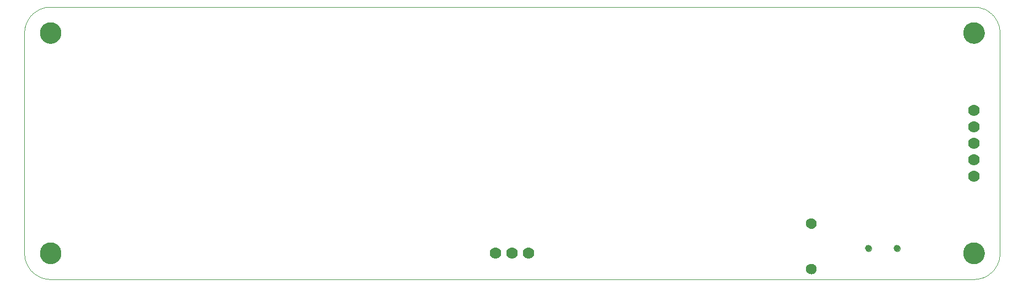
<source format=gbs>
G75*
%MOIN*%
%OFA0B0*%
%FSLAX25Y25*%
%IPPOS*%
%LPD*%
%AMOC8*
5,1,8,0,0,1.08239X$1,22.5*
%
%ADD10C,0.00000*%
%ADD11C,0.12998*%
%ADD12C,0.03943*%
%ADD13C,0.07000*%
%ADD14C,0.06306*%
D10*
X0017248Y0009374D02*
X0576303Y0009374D01*
X0570004Y0025122D02*
X0570006Y0025280D01*
X0570012Y0025438D01*
X0570022Y0025596D01*
X0570036Y0025754D01*
X0570054Y0025911D01*
X0570075Y0026068D01*
X0570101Y0026224D01*
X0570131Y0026380D01*
X0570164Y0026535D01*
X0570202Y0026688D01*
X0570243Y0026841D01*
X0570288Y0026993D01*
X0570337Y0027144D01*
X0570390Y0027293D01*
X0570446Y0027441D01*
X0570506Y0027587D01*
X0570570Y0027732D01*
X0570638Y0027875D01*
X0570709Y0028017D01*
X0570783Y0028157D01*
X0570861Y0028294D01*
X0570943Y0028430D01*
X0571027Y0028564D01*
X0571116Y0028695D01*
X0571207Y0028824D01*
X0571302Y0028951D01*
X0571399Y0029076D01*
X0571500Y0029198D01*
X0571604Y0029317D01*
X0571711Y0029434D01*
X0571821Y0029548D01*
X0571934Y0029659D01*
X0572049Y0029768D01*
X0572167Y0029873D01*
X0572288Y0029975D01*
X0572411Y0030075D01*
X0572537Y0030171D01*
X0572665Y0030264D01*
X0572795Y0030354D01*
X0572928Y0030440D01*
X0573063Y0030524D01*
X0573199Y0030603D01*
X0573338Y0030680D01*
X0573479Y0030752D01*
X0573621Y0030822D01*
X0573765Y0030887D01*
X0573911Y0030949D01*
X0574058Y0031007D01*
X0574207Y0031062D01*
X0574357Y0031113D01*
X0574508Y0031160D01*
X0574660Y0031203D01*
X0574813Y0031242D01*
X0574968Y0031278D01*
X0575123Y0031309D01*
X0575279Y0031337D01*
X0575435Y0031361D01*
X0575592Y0031381D01*
X0575750Y0031397D01*
X0575907Y0031409D01*
X0576066Y0031417D01*
X0576224Y0031421D01*
X0576382Y0031421D01*
X0576540Y0031417D01*
X0576699Y0031409D01*
X0576856Y0031397D01*
X0577014Y0031381D01*
X0577171Y0031361D01*
X0577327Y0031337D01*
X0577483Y0031309D01*
X0577638Y0031278D01*
X0577793Y0031242D01*
X0577946Y0031203D01*
X0578098Y0031160D01*
X0578249Y0031113D01*
X0578399Y0031062D01*
X0578548Y0031007D01*
X0578695Y0030949D01*
X0578841Y0030887D01*
X0578985Y0030822D01*
X0579127Y0030752D01*
X0579268Y0030680D01*
X0579407Y0030603D01*
X0579543Y0030524D01*
X0579678Y0030440D01*
X0579811Y0030354D01*
X0579941Y0030264D01*
X0580069Y0030171D01*
X0580195Y0030075D01*
X0580318Y0029975D01*
X0580439Y0029873D01*
X0580557Y0029768D01*
X0580672Y0029659D01*
X0580785Y0029548D01*
X0580895Y0029434D01*
X0581002Y0029317D01*
X0581106Y0029198D01*
X0581207Y0029076D01*
X0581304Y0028951D01*
X0581399Y0028824D01*
X0581490Y0028695D01*
X0581579Y0028564D01*
X0581663Y0028430D01*
X0581745Y0028294D01*
X0581823Y0028157D01*
X0581897Y0028017D01*
X0581968Y0027875D01*
X0582036Y0027732D01*
X0582100Y0027587D01*
X0582160Y0027441D01*
X0582216Y0027293D01*
X0582269Y0027144D01*
X0582318Y0026993D01*
X0582363Y0026841D01*
X0582404Y0026688D01*
X0582442Y0026535D01*
X0582475Y0026380D01*
X0582505Y0026224D01*
X0582531Y0026068D01*
X0582552Y0025911D01*
X0582570Y0025754D01*
X0582584Y0025596D01*
X0582594Y0025438D01*
X0582600Y0025280D01*
X0582602Y0025122D01*
X0582600Y0024964D01*
X0582594Y0024806D01*
X0582584Y0024648D01*
X0582570Y0024490D01*
X0582552Y0024333D01*
X0582531Y0024176D01*
X0582505Y0024020D01*
X0582475Y0023864D01*
X0582442Y0023709D01*
X0582404Y0023556D01*
X0582363Y0023403D01*
X0582318Y0023251D01*
X0582269Y0023100D01*
X0582216Y0022951D01*
X0582160Y0022803D01*
X0582100Y0022657D01*
X0582036Y0022512D01*
X0581968Y0022369D01*
X0581897Y0022227D01*
X0581823Y0022087D01*
X0581745Y0021950D01*
X0581663Y0021814D01*
X0581579Y0021680D01*
X0581490Y0021549D01*
X0581399Y0021420D01*
X0581304Y0021293D01*
X0581207Y0021168D01*
X0581106Y0021046D01*
X0581002Y0020927D01*
X0580895Y0020810D01*
X0580785Y0020696D01*
X0580672Y0020585D01*
X0580557Y0020476D01*
X0580439Y0020371D01*
X0580318Y0020269D01*
X0580195Y0020169D01*
X0580069Y0020073D01*
X0579941Y0019980D01*
X0579811Y0019890D01*
X0579678Y0019804D01*
X0579543Y0019720D01*
X0579407Y0019641D01*
X0579268Y0019564D01*
X0579127Y0019492D01*
X0578985Y0019422D01*
X0578841Y0019357D01*
X0578695Y0019295D01*
X0578548Y0019237D01*
X0578399Y0019182D01*
X0578249Y0019131D01*
X0578098Y0019084D01*
X0577946Y0019041D01*
X0577793Y0019002D01*
X0577638Y0018966D01*
X0577483Y0018935D01*
X0577327Y0018907D01*
X0577171Y0018883D01*
X0577014Y0018863D01*
X0576856Y0018847D01*
X0576699Y0018835D01*
X0576540Y0018827D01*
X0576382Y0018823D01*
X0576224Y0018823D01*
X0576066Y0018827D01*
X0575907Y0018835D01*
X0575750Y0018847D01*
X0575592Y0018863D01*
X0575435Y0018883D01*
X0575279Y0018907D01*
X0575123Y0018935D01*
X0574968Y0018966D01*
X0574813Y0019002D01*
X0574660Y0019041D01*
X0574508Y0019084D01*
X0574357Y0019131D01*
X0574207Y0019182D01*
X0574058Y0019237D01*
X0573911Y0019295D01*
X0573765Y0019357D01*
X0573621Y0019422D01*
X0573479Y0019492D01*
X0573338Y0019564D01*
X0573199Y0019641D01*
X0573063Y0019720D01*
X0572928Y0019804D01*
X0572795Y0019890D01*
X0572665Y0019980D01*
X0572537Y0020073D01*
X0572411Y0020169D01*
X0572288Y0020269D01*
X0572167Y0020371D01*
X0572049Y0020476D01*
X0571934Y0020585D01*
X0571821Y0020696D01*
X0571711Y0020810D01*
X0571604Y0020927D01*
X0571500Y0021046D01*
X0571399Y0021168D01*
X0571302Y0021293D01*
X0571207Y0021420D01*
X0571116Y0021549D01*
X0571027Y0021680D01*
X0570943Y0021814D01*
X0570861Y0021950D01*
X0570783Y0022087D01*
X0570709Y0022227D01*
X0570638Y0022369D01*
X0570570Y0022512D01*
X0570506Y0022657D01*
X0570446Y0022803D01*
X0570390Y0022951D01*
X0570337Y0023100D01*
X0570288Y0023251D01*
X0570243Y0023403D01*
X0570202Y0023556D01*
X0570164Y0023709D01*
X0570131Y0023864D01*
X0570101Y0024020D01*
X0570075Y0024176D01*
X0570054Y0024333D01*
X0570036Y0024490D01*
X0570022Y0024648D01*
X0570012Y0024806D01*
X0570006Y0024964D01*
X0570004Y0025122D01*
X0576303Y0009374D02*
X0576684Y0009379D01*
X0577064Y0009392D01*
X0577444Y0009415D01*
X0577823Y0009448D01*
X0578201Y0009489D01*
X0578578Y0009539D01*
X0578954Y0009599D01*
X0579329Y0009667D01*
X0579701Y0009745D01*
X0580072Y0009832D01*
X0580440Y0009927D01*
X0580806Y0010032D01*
X0581169Y0010145D01*
X0581530Y0010267D01*
X0581887Y0010397D01*
X0582241Y0010537D01*
X0582592Y0010684D01*
X0582939Y0010841D01*
X0583282Y0011005D01*
X0583621Y0011178D01*
X0583956Y0011359D01*
X0584287Y0011548D01*
X0584612Y0011745D01*
X0584933Y0011949D01*
X0585249Y0012162D01*
X0585559Y0012382D01*
X0585865Y0012609D01*
X0586164Y0012844D01*
X0586458Y0013086D01*
X0586746Y0013334D01*
X0587028Y0013590D01*
X0587303Y0013853D01*
X0587572Y0014122D01*
X0587835Y0014397D01*
X0588091Y0014679D01*
X0588339Y0014967D01*
X0588581Y0015261D01*
X0588816Y0015560D01*
X0589043Y0015866D01*
X0589263Y0016176D01*
X0589476Y0016492D01*
X0589680Y0016813D01*
X0589877Y0017138D01*
X0590066Y0017469D01*
X0590247Y0017804D01*
X0590420Y0018143D01*
X0590584Y0018486D01*
X0590741Y0018833D01*
X0590888Y0019184D01*
X0591028Y0019538D01*
X0591158Y0019895D01*
X0591280Y0020256D01*
X0591393Y0020619D01*
X0591498Y0020985D01*
X0591593Y0021353D01*
X0591680Y0021724D01*
X0591758Y0022096D01*
X0591826Y0022471D01*
X0591886Y0022847D01*
X0591936Y0023224D01*
X0591977Y0023602D01*
X0592010Y0023981D01*
X0592033Y0024361D01*
X0592046Y0024741D01*
X0592051Y0025122D01*
X0592051Y0158980D01*
X0570004Y0158980D02*
X0570006Y0159138D01*
X0570012Y0159296D01*
X0570022Y0159454D01*
X0570036Y0159612D01*
X0570054Y0159769D01*
X0570075Y0159926D01*
X0570101Y0160082D01*
X0570131Y0160238D01*
X0570164Y0160393D01*
X0570202Y0160546D01*
X0570243Y0160699D01*
X0570288Y0160851D01*
X0570337Y0161002D01*
X0570390Y0161151D01*
X0570446Y0161299D01*
X0570506Y0161445D01*
X0570570Y0161590D01*
X0570638Y0161733D01*
X0570709Y0161875D01*
X0570783Y0162015D01*
X0570861Y0162152D01*
X0570943Y0162288D01*
X0571027Y0162422D01*
X0571116Y0162553D01*
X0571207Y0162682D01*
X0571302Y0162809D01*
X0571399Y0162934D01*
X0571500Y0163056D01*
X0571604Y0163175D01*
X0571711Y0163292D01*
X0571821Y0163406D01*
X0571934Y0163517D01*
X0572049Y0163626D01*
X0572167Y0163731D01*
X0572288Y0163833D01*
X0572411Y0163933D01*
X0572537Y0164029D01*
X0572665Y0164122D01*
X0572795Y0164212D01*
X0572928Y0164298D01*
X0573063Y0164382D01*
X0573199Y0164461D01*
X0573338Y0164538D01*
X0573479Y0164610D01*
X0573621Y0164680D01*
X0573765Y0164745D01*
X0573911Y0164807D01*
X0574058Y0164865D01*
X0574207Y0164920D01*
X0574357Y0164971D01*
X0574508Y0165018D01*
X0574660Y0165061D01*
X0574813Y0165100D01*
X0574968Y0165136D01*
X0575123Y0165167D01*
X0575279Y0165195D01*
X0575435Y0165219D01*
X0575592Y0165239D01*
X0575750Y0165255D01*
X0575907Y0165267D01*
X0576066Y0165275D01*
X0576224Y0165279D01*
X0576382Y0165279D01*
X0576540Y0165275D01*
X0576699Y0165267D01*
X0576856Y0165255D01*
X0577014Y0165239D01*
X0577171Y0165219D01*
X0577327Y0165195D01*
X0577483Y0165167D01*
X0577638Y0165136D01*
X0577793Y0165100D01*
X0577946Y0165061D01*
X0578098Y0165018D01*
X0578249Y0164971D01*
X0578399Y0164920D01*
X0578548Y0164865D01*
X0578695Y0164807D01*
X0578841Y0164745D01*
X0578985Y0164680D01*
X0579127Y0164610D01*
X0579268Y0164538D01*
X0579407Y0164461D01*
X0579543Y0164382D01*
X0579678Y0164298D01*
X0579811Y0164212D01*
X0579941Y0164122D01*
X0580069Y0164029D01*
X0580195Y0163933D01*
X0580318Y0163833D01*
X0580439Y0163731D01*
X0580557Y0163626D01*
X0580672Y0163517D01*
X0580785Y0163406D01*
X0580895Y0163292D01*
X0581002Y0163175D01*
X0581106Y0163056D01*
X0581207Y0162934D01*
X0581304Y0162809D01*
X0581399Y0162682D01*
X0581490Y0162553D01*
X0581579Y0162422D01*
X0581663Y0162288D01*
X0581745Y0162152D01*
X0581823Y0162015D01*
X0581897Y0161875D01*
X0581968Y0161733D01*
X0582036Y0161590D01*
X0582100Y0161445D01*
X0582160Y0161299D01*
X0582216Y0161151D01*
X0582269Y0161002D01*
X0582318Y0160851D01*
X0582363Y0160699D01*
X0582404Y0160546D01*
X0582442Y0160393D01*
X0582475Y0160238D01*
X0582505Y0160082D01*
X0582531Y0159926D01*
X0582552Y0159769D01*
X0582570Y0159612D01*
X0582584Y0159454D01*
X0582594Y0159296D01*
X0582600Y0159138D01*
X0582602Y0158980D01*
X0582600Y0158822D01*
X0582594Y0158664D01*
X0582584Y0158506D01*
X0582570Y0158348D01*
X0582552Y0158191D01*
X0582531Y0158034D01*
X0582505Y0157878D01*
X0582475Y0157722D01*
X0582442Y0157567D01*
X0582404Y0157414D01*
X0582363Y0157261D01*
X0582318Y0157109D01*
X0582269Y0156958D01*
X0582216Y0156809D01*
X0582160Y0156661D01*
X0582100Y0156515D01*
X0582036Y0156370D01*
X0581968Y0156227D01*
X0581897Y0156085D01*
X0581823Y0155945D01*
X0581745Y0155808D01*
X0581663Y0155672D01*
X0581579Y0155538D01*
X0581490Y0155407D01*
X0581399Y0155278D01*
X0581304Y0155151D01*
X0581207Y0155026D01*
X0581106Y0154904D01*
X0581002Y0154785D01*
X0580895Y0154668D01*
X0580785Y0154554D01*
X0580672Y0154443D01*
X0580557Y0154334D01*
X0580439Y0154229D01*
X0580318Y0154127D01*
X0580195Y0154027D01*
X0580069Y0153931D01*
X0579941Y0153838D01*
X0579811Y0153748D01*
X0579678Y0153662D01*
X0579543Y0153578D01*
X0579407Y0153499D01*
X0579268Y0153422D01*
X0579127Y0153350D01*
X0578985Y0153280D01*
X0578841Y0153215D01*
X0578695Y0153153D01*
X0578548Y0153095D01*
X0578399Y0153040D01*
X0578249Y0152989D01*
X0578098Y0152942D01*
X0577946Y0152899D01*
X0577793Y0152860D01*
X0577638Y0152824D01*
X0577483Y0152793D01*
X0577327Y0152765D01*
X0577171Y0152741D01*
X0577014Y0152721D01*
X0576856Y0152705D01*
X0576699Y0152693D01*
X0576540Y0152685D01*
X0576382Y0152681D01*
X0576224Y0152681D01*
X0576066Y0152685D01*
X0575907Y0152693D01*
X0575750Y0152705D01*
X0575592Y0152721D01*
X0575435Y0152741D01*
X0575279Y0152765D01*
X0575123Y0152793D01*
X0574968Y0152824D01*
X0574813Y0152860D01*
X0574660Y0152899D01*
X0574508Y0152942D01*
X0574357Y0152989D01*
X0574207Y0153040D01*
X0574058Y0153095D01*
X0573911Y0153153D01*
X0573765Y0153215D01*
X0573621Y0153280D01*
X0573479Y0153350D01*
X0573338Y0153422D01*
X0573199Y0153499D01*
X0573063Y0153578D01*
X0572928Y0153662D01*
X0572795Y0153748D01*
X0572665Y0153838D01*
X0572537Y0153931D01*
X0572411Y0154027D01*
X0572288Y0154127D01*
X0572167Y0154229D01*
X0572049Y0154334D01*
X0571934Y0154443D01*
X0571821Y0154554D01*
X0571711Y0154668D01*
X0571604Y0154785D01*
X0571500Y0154904D01*
X0571399Y0155026D01*
X0571302Y0155151D01*
X0571207Y0155278D01*
X0571116Y0155407D01*
X0571027Y0155538D01*
X0570943Y0155672D01*
X0570861Y0155808D01*
X0570783Y0155945D01*
X0570709Y0156085D01*
X0570638Y0156227D01*
X0570570Y0156370D01*
X0570506Y0156515D01*
X0570446Y0156661D01*
X0570390Y0156809D01*
X0570337Y0156958D01*
X0570288Y0157109D01*
X0570243Y0157261D01*
X0570202Y0157414D01*
X0570164Y0157567D01*
X0570131Y0157722D01*
X0570101Y0157878D01*
X0570075Y0158034D01*
X0570054Y0158191D01*
X0570036Y0158348D01*
X0570022Y0158506D01*
X0570012Y0158664D01*
X0570006Y0158822D01*
X0570004Y0158980D01*
X0576303Y0174728D02*
X0576684Y0174723D01*
X0577064Y0174710D01*
X0577444Y0174687D01*
X0577823Y0174654D01*
X0578201Y0174613D01*
X0578578Y0174563D01*
X0578954Y0174503D01*
X0579329Y0174435D01*
X0579701Y0174357D01*
X0580072Y0174270D01*
X0580440Y0174175D01*
X0580806Y0174070D01*
X0581169Y0173957D01*
X0581530Y0173835D01*
X0581887Y0173705D01*
X0582241Y0173565D01*
X0582592Y0173418D01*
X0582939Y0173261D01*
X0583282Y0173097D01*
X0583621Y0172924D01*
X0583956Y0172743D01*
X0584287Y0172554D01*
X0584612Y0172357D01*
X0584933Y0172153D01*
X0585249Y0171940D01*
X0585559Y0171720D01*
X0585865Y0171493D01*
X0586164Y0171258D01*
X0586458Y0171016D01*
X0586746Y0170768D01*
X0587028Y0170512D01*
X0587303Y0170249D01*
X0587572Y0169980D01*
X0587835Y0169705D01*
X0588091Y0169423D01*
X0588339Y0169135D01*
X0588581Y0168841D01*
X0588816Y0168542D01*
X0589043Y0168236D01*
X0589263Y0167926D01*
X0589476Y0167610D01*
X0589680Y0167289D01*
X0589877Y0166964D01*
X0590066Y0166633D01*
X0590247Y0166298D01*
X0590420Y0165959D01*
X0590584Y0165616D01*
X0590741Y0165269D01*
X0590888Y0164918D01*
X0591028Y0164564D01*
X0591158Y0164207D01*
X0591280Y0163846D01*
X0591393Y0163483D01*
X0591498Y0163117D01*
X0591593Y0162749D01*
X0591680Y0162378D01*
X0591758Y0162006D01*
X0591826Y0161631D01*
X0591886Y0161255D01*
X0591936Y0160878D01*
X0591977Y0160500D01*
X0592010Y0160121D01*
X0592033Y0159741D01*
X0592046Y0159361D01*
X0592051Y0158980D01*
X0576303Y0174728D02*
X0017248Y0174728D01*
X0010949Y0158980D02*
X0010951Y0159138D01*
X0010957Y0159296D01*
X0010967Y0159454D01*
X0010981Y0159612D01*
X0010999Y0159769D01*
X0011020Y0159926D01*
X0011046Y0160082D01*
X0011076Y0160238D01*
X0011109Y0160393D01*
X0011147Y0160546D01*
X0011188Y0160699D01*
X0011233Y0160851D01*
X0011282Y0161002D01*
X0011335Y0161151D01*
X0011391Y0161299D01*
X0011451Y0161445D01*
X0011515Y0161590D01*
X0011583Y0161733D01*
X0011654Y0161875D01*
X0011728Y0162015D01*
X0011806Y0162152D01*
X0011888Y0162288D01*
X0011972Y0162422D01*
X0012061Y0162553D01*
X0012152Y0162682D01*
X0012247Y0162809D01*
X0012344Y0162934D01*
X0012445Y0163056D01*
X0012549Y0163175D01*
X0012656Y0163292D01*
X0012766Y0163406D01*
X0012879Y0163517D01*
X0012994Y0163626D01*
X0013112Y0163731D01*
X0013233Y0163833D01*
X0013356Y0163933D01*
X0013482Y0164029D01*
X0013610Y0164122D01*
X0013740Y0164212D01*
X0013873Y0164298D01*
X0014008Y0164382D01*
X0014144Y0164461D01*
X0014283Y0164538D01*
X0014424Y0164610D01*
X0014566Y0164680D01*
X0014710Y0164745D01*
X0014856Y0164807D01*
X0015003Y0164865D01*
X0015152Y0164920D01*
X0015302Y0164971D01*
X0015453Y0165018D01*
X0015605Y0165061D01*
X0015758Y0165100D01*
X0015913Y0165136D01*
X0016068Y0165167D01*
X0016224Y0165195D01*
X0016380Y0165219D01*
X0016537Y0165239D01*
X0016695Y0165255D01*
X0016852Y0165267D01*
X0017011Y0165275D01*
X0017169Y0165279D01*
X0017327Y0165279D01*
X0017485Y0165275D01*
X0017644Y0165267D01*
X0017801Y0165255D01*
X0017959Y0165239D01*
X0018116Y0165219D01*
X0018272Y0165195D01*
X0018428Y0165167D01*
X0018583Y0165136D01*
X0018738Y0165100D01*
X0018891Y0165061D01*
X0019043Y0165018D01*
X0019194Y0164971D01*
X0019344Y0164920D01*
X0019493Y0164865D01*
X0019640Y0164807D01*
X0019786Y0164745D01*
X0019930Y0164680D01*
X0020072Y0164610D01*
X0020213Y0164538D01*
X0020352Y0164461D01*
X0020488Y0164382D01*
X0020623Y0164298D01*
X0020756Y0164212D01*
X0020886Y0164122D01*
X0021014Y0164029D01*
X0021140Y0163933D01*
X0021263Y0163833D01*
X0021384Y0163731D01*
X0021502Y0163626D01*
X0021617Y0163517D01*
X0021730Y0163406D01*
X0021840Y0163292D01*
X0021947Y0163175D01*
X0022051Y0163056D01*
X0022152Y0162934D01*
X0022249Y0162809D01*
X0022344Y0162682D01*
X0022435Y0162553D01*
X0022524Y0162422D01*
X0022608Y0162288D01*
X0022690Y0162152D01*
X0022768Y0162015D01*
X0022842Y0161875D01*
X0022913Y0161733D01*
X0022981Y0161590D01*
X0023045Y0161445D01*
X0023105Y0161299D01*
X0023161Y0161151D01*
X0023214Y0161002D01*
X0023263Y0160851D01*
X0023308Y0160699D01*
X0023349Y0160546D01*
X0023387Y0160393D01*
X0023420Y0160238D01*
X0023450Y0160082D01*
X0023476Y0159926D01*
X0023497Y0159769D01*
X0023515Y0159612D01*
X0023529Y0159454D01*
X0023539Y0159296D01*
X0023545Y0159138D01*
X0023547Y0158980D01*
X0023545Y0158822D01*
X0023539Y0158664D01*
X0023529Y0158506D01*
X0023515Y0158348D01*
X0023497Y0158191D01*
X0023476Y0158034D01*
X0023450Y0157878D01*
X0023420Y0157722D01*
X0023387Y0157567D01*
X0023349Y0157414D01*
X0023308Y0157261D01*
X0023263Y0157109D01*
X0023214Y0156958D01*
X0023161Y0156809D01*
X0023105Y0156661D01*
X0023045Y0156515D01*
X0022981Y0156370D01*
X0022913Y0156227D01*
X0022842Y0156085D01*
X0022768Y0155945D01*
X0022690Y0155808D01*
X0022608Y0155672D01*
X0022524Y0155538D01*
X0022435Y0155407D01*
X0022344Y0155278D01*
X0022249Y0155151D01*
X0022152Y0155026D01*
X0022051Y0154904D01*
X0021947Y0154785D01*
X0021840Y0154668D01*
X0021730Y0154554D01*
X0021617Y0154443D01*
X0021502Y0154334D01*
X0021384Y0154229D01*
X0021263Y0154127D01*
X0021140Y0154027D01*
X0021014Y0153931D01*
X0020886Y0153838D01*
X0020756Y0153748D01*
X0020623Y0153662D01*
X0020488Y0153578D01*
X0020352Y0153499D01*
X0020213Y0153422D01*
X0020072Y0153350D01*
X0019930Y0153280D01*
X0019786Y0153215D01*
X0019640Y0153153D01*
X0019493Y0153095D01*
X0019344Y0153040D01*
X0019194Y0152989D01*
X0019043Y0152942D01*
X0018891Y0152899D01*
X0018738Y0152860D01*
X0018583Y0152824D01*
X0018428Y0152793D01*
X0018272Y0152765D01*
X0018116Y0152741D01*
X0017959Y0152721D01*
X0017801Y0152705D01*
X0017644Y0152693D01*
X0017485Y0152685D01*
X0017327Y0152681D01*
X0017169Y0152681D01*
X0017011Y0152685D01*
X0016852Y0152693D01*
X0016695Y0152705D01*
X0016537Y0152721D01*
X0016380Y0152741D01*
X0016224Y0152765D01*
X0016068Y0152793D01*
X0015913Y0152824D01*
X0015758Y0152860D01*
X0015605Y0152899D01*
X0015453Y0152942D01*
X0015302Y0152989D01*
X0015152Y0153040D01*
X0015003Y0153095D01*
X0014856Y0153153D01*
X0014710Y0153215D01*
X0014566Y0153280D01*
X0014424Y0153350D01*
X0014283Y0153422D01*
X0014144Y0153499D01*
X0014008Y0153578D01*
X0013873Y0153662D01*
X0013740Y0153748D01*
X0013610Y0153838D01*
X0013482Y0153931D01*
X0013356Y0154027D01*
X0013233Y0154127D01*
X0013112Y0154229D01*
X0012994Y0154334D01*
X0012879Y0154443D01*
X0012766Y0154554D01*
X0012656Y0154668D01*
X0012549Y0154785D01*
X0012445Y0154904D01*
X0012344Y0155026D01*
X0012247Y0155151D01*
X0012152Y0155278D01*
X0012061Y0155407D01*
X0011972Y0155538D01*
X0011888Y0155672D01*
X0011806Y0155808D01*
X0011728Y0155945D01*
X0011654Y0156085D01*
X0011583Y0156227D01*
X0011515Y0156370D01*
X0011451Y0156515D01*
X0011391Y0156661D01*
X0011335Y0156809D01*
X0011282Y0156958D01*
X0011233Y0157109D01*
X0011188Y0157261D01*
X0011147Y0157414D01*
X0011109Y0157567D01*
X0011076Y0157722D01*
X0011046Y0157878D01*
X0011020Y0158034D01*
X0010999Y0158191D01*
X0010981Y0158348D01*
X0010967Y0158506D01*
X0010957Y0158664D01*
X0010951Y0158822D01*
X0010949Y0158980D01*
X0001500Y0158980D02*
X0001505Y0159361D01*
X0001518Y0159741D01*
X0001541Y0160121D01*
X0001574Y0160500D01*
X0001615Y0160878D01*
X0001665Y0161255D01*
X0001725Y0161631D01*
X0001793Y0162006D01*
X0001871Y0162378D01*
X0001958Y0162749D01*
X0002053Y0163117D01*
X0002158Y0163483D01*
X0002271Y0163846D01*
X0002393Y0164207D01*
X0002523Y0164564D01*
X0002663Y0164918D01*
X0002810Y0165269D01*
X0002967Y0165616D01*
X0003131Y0165959D01*
X0003304Y0166298D01*
X0003485Y0166633D01*
X0003674Y0166964D01*
X0003871Y0167289D01*
X0004075Y0167610D01*
X0004288Y0167926D01*
X0004508Y0168236D01*
X0004735Y0168542D01*
X0004970Y0168841D01*
X0005212Y0169135D01*
X0005460Y0169423D01*
X0005716Y0169705D01*
X0005979Y0169980D01*
X0006248Y0170249D01*
X0006523Y0170512D01*
X0006805Y0170768D01*
X0007093Y0171016D01*
X0007387Y0171258D01*
X0007686Y0171493D01*
X0007992Y0171720D01*
X0008302Y0171940D01*
X0008618Y0172153D01*
X0008939Y0172357D01*
X0009264Y0172554D01*
X0009595Y0172743D01*
X0009930Y0172924D01*
X0010269Y0173097D01*
X0010612Y0173261D01*
X0010959Y0173418D01*
X0011310Y0173565D01*
X0011664Y0173705D01*
X0012021Y0173835D01*
X0012382Y0173957D01*
X0012745Y0174070D01*
X0013111Y0174175D01*
X0013479Y0174270D01*
X0013850Y0174357D01*
X0014222Y0174435D01*
X0014597Y0174503D01*
X0014973Y0174563D01*
X0015350Y0174613D01*
X0015728Y0174654D01*
X0016107Y0174687D01*
X0016487Y0174710D01*
X0016867Y0174723D01*
X0017248Y0174728D01*
X0001500Y0158980D02*
X0001500Y0025122D01*
X0010949Y0025122D02*
X0010951Y0025280D01*
X0010957Y0025438D01*
X0010967Y0025596D01*
X0010981Y0025754D01*
X0010999Y0025911D01*
X0011020Y0026068D01*
X0011046Y0026224D01*
X0011076Y0026380D01*
X0011109Y0026535D01*
X0011147Y0026688D01*
X0011188Y0026841D01*
X0011233Y0026993D01*
X0011282Y0027144D01*
X0011335Y0027293D01*
X0011391Y0027441D01*
X0011451Y0027587D01*
X0011515Y0027732D01*
X0011583Y0027875D01*
X0011654Y0028017D01*
X0011728Y0028157D01*
X0011806Y0028294D01*
X0011888Y0028430D01*
X0011972Y0028564D01*
X0012061Y0028695D01*
X0012152Y0028824D01*
X0012247Y0028951D01*
X0012344Y0029076D01*
X0012445Y0029198D01*
X0012549Y0029317D01*
X0012656Y0029434D01*
X0012766Y0029548D01*
X0012879Y0029659D01*
X0012994Y0029768D01*
X0013112Y0029873D01*
X0013233Y0029975D01*
X0013356Y0030075D01*
X0013482Y0030171D01*
X0013610Y0030264D01*
X0013740Y0030354D01*
X0013873Y0030440D01*
X0014008Y0030524D01*
X0014144Y0030603D01*
X0014283Y0030680D01*
X0014424Y0030752D01*
X0014566Y0030822D01*
X0014710Y0030887D01*
X0014856Y0030949D01*
X0015003Y0031007D01*
X0015152Y0031062D01*
X0015302Y0031113D01*
X0015453Y0031160D01*
X0015605Y0031203D01*
X0015758Y0031242D01*
X0015913Y0031278D01*
X0016068Y0031309D01*
X0016224Y0031337D01*
X0016380Y0031361D01*
X0016537Y0031381D01*
X0016695Y0031397D01*
X0016852Y0031409D01*
X0017011Y0031417D01*
X0017169Y0031421D01*
X0017327Y0031421D01*
X0017485Y0031417D01*
X0017644Y0031409D01*
X0017801Y0031397D01*
X0017959Y0031381D01*
X0018116Y0031361D01*
X0018272Y0031337D01*
X0018428Y0031309D01*
X0018583Y0031278D01*
X0018738Y0031242D01*
X0018891Y0031203D01*
X0019043Y0031160D01*
X0019194Y0031113D01*
X0019344Y0031062D01*
X0019493Y0031007D01*
X0019640Y0030949D01*
X0019786Y0030887D01*
X0019930Y0030822D01*
X0020072Y0030752D01*
X0020213Y0030680D01*
X0020352Y0030603D01*
X0020488Y0030524D01*
X0020623Y0030440D01*
X0020756Y0030354D01*
X0020886Y0030264D01*
X0021014Y0030171D01*
X0021140Y0030075D01*
X0021263Y0029975D01*
X0021384Y0029873D01*
X0021502Y0029768D01*
X0021617Y0029659D01*
X0021730Y0029548D01*
X0021840Y0029434D01*
X0021947Y0029317D01*
X0022051Y0029198D01*
X0022152Y0029076D01*
X0022249Y0028951D01*
X0022344Y0028824D01*
X0022435Y0028695D01*
X0022524Y0028564D01*
X0022608Y0028430D01*
X0022690Y0028294D01*
X0022768Y0028157D01*
X0022842Y0028017D01*
X0022913Y0027875D01*
X0022981Y0027732D01*
X0023045Y0027587D01*
X0023105Y0027441D01*
X0023161Y0027293D01*
X0023214Y0027144D01*
X0023263Y0026993D01*
X0023308Y0026841D01*
X0023349Y0026688D01*
X0023387Y0026535D01*
X0023420Y0026380D01*
X0023450Y0026224D01*
X0023476Y0026068D01*
X0023497Y0025911D01*
X0023515Y0025754D01*
X0023529Y0025596D01*
X0023539Y0025438D01*
X0023545Y0025280D01*
X0023547Y0025122D01*
X0023545Y0024964D01*
X0023539Y0024806D01*
X0023529Y0024648D01*
X0023515Y0024490D01*
X0023497Y0024333D01*
X0023476Y0024176D01*
X0023450Y0024020D01*
X0023420Y0023864D01*
X0023387Y0023709D01*
X0023349Y0023556D01*
X0023308Y0023403D01*
X0023263Y0023251D01*
X0023214Y0023100D01*
X0023161Y0022951D01*
X0023105Y0022803D01*
X0023045Y0022657D01*
X0022981Y0022512D01*
X0022913Y0022369D01*
X0022842Y0022227D01*
X0022768Y0022087D01*
X0022690Y0021950D01*
X0022608Y0021814D01*
X0022524Y0021680D01*
X0022435Y0021549D01*
X0022344Y0021420D01*
X0022249Y0021293D01*
X0022152Y0021168D01*
X0022051Y0021046D01*
X0021947Y0020927D01*
X0021840Y0020810D01*
X0021730Y0020696D01*
X0021617Y0020585D01*
X0021502Y0020476D01*
X0021384Y0020371D01*
X0021263Y0020269D01*
X0021140Y0020169D01*
X0021014Y0020073D01*
X0020886Y0019980D01*
X0020756Y0019890D01*
X0020623Y0019804D01*
X0020488Y0019720D01*
X0020352Y0019641D01*
X0020213Y0019564D01*
X0020072Y0019492D01*
X0019930Y0019422D01*
X0019786Y0019357D01*
X0019640Y0019295D01*
X0019493Y0019237D01*
X0019344Y0019182D01*
X0019194Y0019131D01*
X0019043Y0019084D01*
X0018891Y0019041D01*
X0018738Y0019002D01*
X0018583Y0018966D01*
X0018428Y0018935D01*
X0018272Y0018907D01*
X0018116Y0018883D01*
X0017959Y0018863D01*
X0017801Y0018847D01*
X0017644Y0018835D01*
X0017485Y0018827D01*
X0017327Y0018823D01*
X0017169Y0018823D01*
X0017011Y0018827D01*
X0016852Y0018835D01*
X0016695Y0018847D01*
X0016537Y0018863D01*
X0016380Y0018883D01*
X0016224Y0018907D01*
X0016068Y0018935D01*
X0015913Y0018966D01*
X0015758Y0019002D01*
X0015605Y0019041D01*
X0015453Y0019084D01*
X0015302Y0019131D01*
X0015152Y0019182D01*
X0015003Y0019237D01*
X0014856Y0019295D01*
X0014710Y0019357D01*
X0014566Y0019422D01*
X0014424Y0019492D01*
X0014283Y0019564D01*
X0014144Y0019641D01*
X0014008Y0019720D01*
X0013873Y0019804D01*
X0013740Y0019890D01*
X0013610Y0019980D01*
X0013482Y0020073D01*
X0013356Y0020169D01*
X0013233Y0020269D01*
X0013112Y0020371D01*
X0012994Y0020476D01*
X0012879Y0020585D01*
X0012766Y0020696D01*
X0012656Y0020810D01*
X0012549Y0020927D01*
X0012445Y0021046D01*
X0012344Y0021168D01*
X0012247Y0021293D01*
X0012152Y0021420D01*
X0012061Y0021549D01*
X0011972Y0021680D01*
X0011888Y0021814D01*
X0011806Y0021950D01*
X0011728Y0022087D01*
X0011654Y0022227D01*
X0011583Y0022369D01*
X0011515Y0022512D01*
X0011451Y0022657D01*
X0011391Y0022803D01*
X0011335Y0022951D01*
X0011282Y0023100D01*
X0011233Y0023251D01*
X0011188Y0023403D01*
X0011147Y0023556D01*
X0011109Y0023709D01*
X0011076Y0023864D01*
X0011046Y0024020D01*
X0011020Y0024176D01*
X0010999Y0024333D01*
X0010981Y0024490D01*
X0010967Y0024648D01*
X0010957Y0024806D01*
X0010951Y0024964D01*
X0010949Y0025122D01*
X0001500Y0025122D02*
X0001505Y0024741D01*
X0001518Y0024361D01*
X0001541Y0023981D01*
X0001574Y0023602D01*
X0001615Y0023224D01*
X0001665Y0022847D01*
X0001725Y0022471D01*
X0001793Y0022096D01*
X0001871Y0021724D01*
X0001958Y0021353D01*
X0002053Y0020985D01*
X0002158Y0020619D01*
X0002271Y0020256D01*
X0002393Y0019895D01*
X0002523Y0019538D01*
X0002663Y0019184D01*
X0002810Y0018833D01*
X0002967Y0018486D01*
X0003131Y0018143D01*
X0003304Y0017804D01*
X0003485Y0017469D01*
X0003674Y0017138D01*
X0003871Y0016813D01*
X0004075Y0016492D01*
X0004288Y0016176D01*
X0004508Y0015866D01*
X0004735Y0015560D01*
X0004970Y0015261D01*
X0005212Y0014967D01*
X0005460Y0014679D01*
X0005716Y0014397D01*
X0005979Y0014122D01*
X0006248Y0013853D01*
X0006523Y0013590D01*
X0006805Y0013334D01*
X0007093Y0013086D01*
X0007387Y0012844D01*
X0007686Y0012609D01*
X0007992Y0012382D01*
X0008302Y0012162D01*
X0008618Y0011949D01*
X0008939Y0011745D01*
X0009264Y0011548D01*
X0009595Y0011359D01*
X0009930Y0011178D01*
X0010269Y0011005D01*
X0010612Y0010841D01*
X0010959Y0010684D01*
X0011310Y0010537D01*
X0011664Y0010397D01*
X0012021Y0010267D01*
X0012382Y0010145D01*
X0012745Y0010032D01*
X0013111Y0009927D01*
X0013479Y0009832D01*
X0013850Y0009745D01*
X0014222Y0009667D01*
X0014597Y0009599D01*
X0014973Y0009539D01*
X0015350Y0009489D01*
X0015728Y0009448D01*
X0016107Y0009415D01*
X0016487Y0009392D01*
X0016867Y0009379D01*
X0017248Y0009374D01*
X0474925Y0015673D02*
X0474927Y0015781D01*
X0474933Y0015890D01*
X0474943Y0015998D01*
X0474957Y0016105D01*
X0474975Y0016212D01*
X0474996Y0016319D01*
X0475022Y0016424D01*
X0475052Y0016529D01*
X0475085Y0016632D01*
X0475122Y0016734D01*
X0475163Y0016834D01*
X0475207Y0016933D01*
X0475256Y0017031D01*
X0475307Y0017126D01*
X0475362Y0017219D01*
X0475421Y0017311D01*
X0475483Y0017400D01*
X0475548Y0017487D01*
X0475616Y0017571D01*
X0475687Y0017653D01*
X0475761Y0017732D01*
X0475838Y0017808D01*
X0475918Y0017882D01*
X0476001Y0017952D01*
X0476086Y0018020D01*
X0476173Y0018084D01*
X0476263Y0018145D01*
X0476355Y0018203D01*
X0476449Y0018257D01*
X0476545Y0018308D01*
X0476642Y0018355D01*
X0476742Y0018399D01*
X0476843Y0018439D01*
X0476945Y0018475D01*
X0477048Y0018507D01*
X0477153Y0018536D01*
X0477259Y0018560D01*
X0477365Y0018581D01*
X0477472Y0018598D01*
X0477580Y0018611D01*
X0477688Y0018620D01*
X0477797Y0018625D01*
X0477905Y0018626D01*
X0478014Y0018623D01*
X0478122Y0018616D01*
X0478230Y0018605D01*
X0478337Y0018590D01*
X0478444Y0018571D01*
X0478550Y0018548D01*
X0478655Y0018522D01*
X0478760Y0018491D01*
X0478862Y0018457D01*
X0478964Y0018419D01*
X0479064Y0018377D01*
X0479163Y0018332D01*
X0479260Y0018283D01*
X0479354Y0018230D01*
X0479447Y0018174D01*
X0479538Y0018115D01*
X0479627Y0018052D01*
X0479713Y0017987D01*
X0479797Y0017918D01*
X0479878Y0017846D01*
X0479956Y0017771D01*
X0480032Y0017693D01*
X0480105Y0017612D01*
X0480175Y0017529D01*
X0480241Y0017444D01*
X0480305Y0017356D01*
X0480365Y0017265D01*
X0480422Y0017173D01*
X0480475Y0017078D01*
X0480525Y0016982D01*
X0480571Y0016884D01*
X0480614Y0016784D01*
X0480653Y0016683D01*
X0480688Y0016580D01*
X0480720Y0016477D01*
X0480747Y0016372D01*
X0480771Y0016266D01*
X0480791Y0016159D01*
X0480807Y0016052D01*
X0480819Y0015944D01*
X0480827Y0015836D01*
X0480831Y0015727D01*
X0480831Y0015619D01*
X0480827Y0015510D01*
X0480819Y0015402D01*
X0480807Y0015294D01*
X0480791Y0015187D01*
X0480771Y0015080D01*
X0480747Y0014974D01*
X0480720Y0014869D01*
X0480688Y0014766D01*
X0480653Y0014663D01*
X0480614Y0014562D01*
X0480571Y0014462D01*
X0480525Y0014364D01*
X0480475Y0014268D01*
X0480422Y0014173D01*
X0480365Y0014081D01*
X0480305Y0013990D01*
X0480241Y0013902D01*
X0480175Y0013817D01*
X0480105Y0013734D01*
X0480032Y0013653D01*
X0479956Y0013575D01*
X0479878Y0013500D01*
X0479797Y0013428D01*
X0479713Y0013359D01*
X0479627Y0013294D01*
X0479538Y0013231D01*
X0479447Y0013172D01*
X0479355Y0013116D01*
X0479260Y0013063D01*
X0479163Y0013014D01*
X0479064Y0012969D01*
X0478964Y0012927D01*
X0478862Y0012889D01*
X0478760Y0012855D01*
X0478655Y0012824D01*
X0478550Y0012798D01*
X0478444Y0012775D01*
X0478337Y0012756D01*
X0478230Y0012741D01*
X0478122Y0012730D01*
X0478014Y0012723D01*
X0477905Y0012720D01*
X0477797Y0012721D01*
X0477688Y0012726D01*
X0477580Y0012735D01*
X0477472Y0012748D01*
X0477365Y0012765D01*
X0477259Y0012786D01*
X0477153Y0012810D01*
X0477048Y0012839D01*
X0476945Y0012871D01*
X0476843Y0012907D01*
X0476742Y0012947D01*
X0476642Y0012991D01*
X0476545Y0013038D01*
X0476449Y0013089D01*
X0476355Y0013143D01*
X0476263Y0013201D01*
X0476173Y0013262D01*
X0476086Y0013326D01*
X0476001Y0013394D01*
X0475918Y0013464D01*
X0475838Y0013538D01*
X0475761Y0013614D01*
X0475687Y0013693D01*
X0475616Y0013775D01*
X0475548Y0013859D01*
X0475483Y0013946D01*
X0475421Y0014035D01*
X0475362Y0014127D01*
X0475307Y0014220D01*
X0475256Y0014315D01*
X0475207Y0014413D01*
X0475163Y0014512D01*
X0475122Y0014612D01*
X0475085Y0014714D01*
X0475052Y0014817D01*
X0475022Y0014922D01*
X0474996Y0015027D01*
X0474975Y0015134D01*
X0474957Y0015241D01*
X0474943Y0015348D01*
X0474933Y0015456D01*
X0474927Y0015565D01*
X0474925Y0015673D01*
X0510752Y0028075D02*
X0510754Y0028159D01*
X0510760Y0028242D01*
X0510770Y0028325D01*
X0510784Y0028408D01*
X0510801Y0028490D01*
X0510823Y0028571D01*
X0510848Y0028650D01*
X0510877Y0028729D01*
X0510910Y0028806D01*
X0510946Y0028881D01*
X0510986Y0028955D01*
X0511029Y0029027D01*
X0511076Y0029096D01*
X0511126Y0029163D01*
X0511179Y0029228D01*
X0511235Y0029290D01*
X0511293Y0029350D01*
X0511355Y0029407D01*
X0511419Y0029460D01*
X0511486Y0029511D01*
X0511555Y0029558D01*
X0511626Y0029603D01*
X0511699Y0029643D01*
X0511774Y0029680D01*
X0511851Y0029714D01*
X0511929Y0029744D01*
X0512008Y0029770D01*
X0512089Y0029793D01*
X0512171Y0029811D01*
X0512253Y0029826D01*
X0512336Y0029837D01*
X0512419Y0029844D01*
X0512503Y0029847D01*
X0512587Y0029846D01*
X0512670Y0029841D01*
X0512754Y0029832D01*
X0512836Y0029819D01*
X0512918Y0029803D01*
X0512999Y0029782D01*
X0513080Y0029758D01*
X0513158Y0029730D01*
X0513236Y0029698D01*
X0513312Y0029662D01*
X0513386Y0029623D01*
X0513458Y0029581D01*
X0513528Y0029535D01*
X0513596Y0029486D01*
X0513661Y0029434D01*
X0513724Y0029379D01*
X0513784Y0029321D01*
X0513842Y0029260D01*
X0513896Y0029196D01*
X0513948Y0029130D01*
X0513996Y0029062D01*
X0514041Y0028991D01*
X0514082Y0028918D01*
X0514121Y0028844D01*
X0514155Y0028768D01*
X0514186Y0028690D01*
X0514213Y0028611D01*
X0514237Y0028530D01*
X0514256Y0028449D01*
X0514272Y0028367D01*
X0514284Y0028284D01*
X0514292Y0028200D01*
X0514296Y0028117D01*
X0514296Y0028033D01*
X0514292Y0027950D01*
X0514284Y0027866D01*
X0514272Y0027783D01*
X0514256Y0027701D01*
X0514237Y0027620D01*
X0514213Y0027539D01*
X0514186Y0027460D01*
X0514155Y0027382D01*
X0514121Y0027306D01*
X0514082Y0027232D01*
X0514041Y0027159D01*
X0513996Y0027088D01*
X0513948Y0027020D01*
X0513896Y0026954D01*
X0513842Y0026890D01*
X0513784Y0026829D01*
X0513724Y0026771D01*
X0513661Y0026716D01*
X0513596Y0026664D01*
X0513528Y0026615D01*
X0513458Y0026569D01*
X0513386Y0026527D01*
X0513312Y0026488D01*
X0513236Y0026452D01*
X0513158Y0026420D01*
X0513080Y0026392D01*
X0512999Y0026368D01*
X0512918Y0026347D01*
X0512836Y0026331D01*
X0512754Y0026318D01*
X0512670Y0026309D01*
X0512587Y0026304D01*
X0512503Y0026303D01*
X0512419Y0026306D01*
X0512336Y0026313D01*
X0512253Y0026324D01*
X0512171Y0026339D01*
X0512089Y0026357D01*
X0512008Y0026380D01*
X0511929Y0026406D01*
X0511851Y0026436D01*
X0511774Y0026470D01*
X0511699Y0026507D01*
X0511626Y0026547D01*
X0511555Y0026592D01*
X0511486Y0026639D01*
X0511419Y0026690D01*
X0511355Y0026743D01*
X0511293Y0026800D01*
X0511235Y0026860D01*
X0511179Y0026922D01*
X0511126Y0026987D01*
X0511076Y0027054D01*
X0511029Y0027123D01*
X0510986Y0027195D01*
X0510946Y0027269D01*
X0510910Y0027344D01*
X0510877Y0027421D01*
X0510848Y0027500D01*
X0510823Y0027579D01*
X0510801Y0027660D01*
X0510784Y0027742D01*
X0510770Y0027825D01*
X0510760Y0027908D01*
X0510754Y0027991D01*
X0510752Y0028075D01*
X0528074Y0028075D02*
X0528076Y0028159D01*
X0528082Y0028242D01*
X0528092Y0028325D01*
X0528106Y0028408D01*
X0528123Y0028490D01*
X0528145Y0028571D01*
X0528170Y0028650D01*
X0528199Y0028729D01*
X0528232Y0028806D01*
X0528268Y0028881D01*
X0528308Y0028955D01*
X0528351Y0029027D01*
X0528398Y0029096D01*
X0528448Y0029163D01*
X0528501Y0029228D01*
X0528557Y0029290D01*
X0528615Y0029350D01*
X0528677Y0029407D01*
X0528741Y0029460D01*
X0528808Y0029511D01*
X0528877Y0029558D01*
X0528948Y0029603D01*
X0529021Y0029643D01*
X0529096Y0029680D01*
X0529173Y0029714D01*
X0529251Y0029744D01*
X0529330Y0029770D01*
X0529411Y0029793D01*
X0529493Y0029811D01*
X0529575Y0029826D01*
X0529658Y0029837D01*
X0529741Y0029844D01*
X0529825Y0029847D01*
X0529909Y0029846D01*
X0529992Y0029841D01*
X0530076Y0029832D01*
X0530158Y0029819D01*
X0530240Y0029803D01*
X0530321Y0029782D01*
X0530402Y0029758D01*
X0530480Y0029730D01*
X0530558Y0029698D01*
X0530634Y0029662D01*
X0530708Y0029623D01*
X0530780Y0029581D01*
X0530850Y0029535D01*
X0530918Y0029486D01*
X0530983Y0029434D01*
X0531046Y0029379D01*
X0531106Y0029321D01*
X0531164Y0029260D01*
X0531218Y0029196D01*
X0531270Y0029130D01*
X0531318Y0029062D01*
X0531363Y0028991D01*
X0531404Y0028918D01*
X0531443Y0028844D01*
X0531477Y0028768D01*
X0531508Y0028690D01*
X0531535Y0028611D01*
X0531559Y0028530D01*
X0531578Y0028449D01*
X0531594Y0028367D01*
X0531606Y0028284D01*
X0531614Y0028200D01*
X0531618Y0028117D01*
X0531618Y0028033D01*
X0531614Y0027950D01*
X0531606Y0027866D01*
X0531594Y0027783D01*
X0531578Y0027701D01*
X0531559Y0027620D01*
X0531535Y0027539D01*
X0531508Y0027460D01*
X0531477Y0027382D01*
X0531443Y0027306D01*
X0531404Y0027232D01*
X0531363Y0027159D01*
X0531318Y0027088D01*
X0531270Y0027020D01*
X0531218Y0026954D01*
X0531164Y0026890D01*
X0531106Y0026829D01*
X0531046Y0026771D01*
X0530983Y0026716D01*
X0530918Y0026664D01*
X0530850Y0026615D01*
X0530780Y0026569D01*
X0530708Y0026527D01*
X0530634Y0026488D01*
X0530558Y0026452D01*
X0530480Y0026420D01*
X0530402Y0026392D01*
X0530321Y0026368D01*
X0530240Y0026347D01*
X0530158Y0026331D01*
X0530076Y0026318D01*
X0529992Y0026309D01*
X0529909Y0026304D01*
X0529825Y0026303D01*
X0529741Y0026306D01*
X0529658Y0026313D01*
X0529575Y0026324D01*
X0529493Y0026339D01*
X0529411Y0026357D01*
X0529330Y0026380D01*
X0529251Y0026406D01*
X0529173Y0026436D01*
X0529096Y0026470D01*
X0529021Y0026507D01*
X0528948Y0026547D01*
X0528877Y0026592D01*
X0528808Y0026639D01*
X0528741Y0026690D01*
X0528677Y0026743D01*
X0528615Y0026800D01*
X0528557Y0026860D01*
X0528501Y0026922D01*
X0528448Y0026987D01*
X0528398Y0027054D01*
X0528351Y0027123D01*
X0528308Y0027195D01*
X0528268Y0027269D01*
X0528232Y0027344D01*
X0528199Y0027421D01*
X0528170Y0027500D01*
X0528145Y0027579D01*
X0528123Y0027660D01*
X0528106Y0027742D01*
X0528092Y0027825D01*
X0528082Y0027908D01*
X0528076Y0027991D01*
X0528074Y0028075D01*
X0474925Y0043232D02*
X0474927Y0043340D01*
X0474933Y0043449D01*
X0474943Y0043557D01*
X0474957Y0043664D01*
X0474975Y0043771D01*
X0474996Y0043878D01*
X0475022Y0043983D01*
X0475052Y0044088D01*
X0475085Y0044191D01*
X0475122Y0044293D01*
X0475163Y0044393D01*
X0475207Y0044492D01*
X0475256Y0044590D01*
X0475307Y0044685D01*
X0475362Y0044778D01*
X0475421Y0044870D01*
X0475483Y0044959D01*
X0475548Y0045046D01*
X0475616Y0045130D01*
X0475687Y0045212D01*
X0475761Y0045291D01*
X0475838Y0045367D01*
X0475918Y0045441D01*
X0476001Y0045511D01*
X0476086Y0045579D01*
X0476173Y0045643D01*
X0476263Y0045704D01*
X0476355Y0045762D01*
X0476449Y0045816D01*
X0476545Y0045867D01*
X0476642Y0045914D01*
X0476742Y0045958D01*
X0476843Y0045998D01*
X0476945Y0046034D01*
X0477048Y0046066D01*
X0477153Y0046095D01*
X0477259Y0046119D01*
X0477365Y0046140D01*
X0477472Y0046157D01*
X0477580Y0046170D01*
X0477688Y0046179D01*
X0477797Y0046184D01*
X0477905Y0046185D01*
X0478014Y0046182D01*
X0478122Y0046175D01*
X0478230Y0046164D01*
X0478337Y0046149D01*
X0478444Y0046130D01*
X0478550Y0046107D01*
X0478655Y0046081D01*
X0478760Y0046050D01*
X0478862Y0046016D01*
X0478964Y0045978D01*
X0479064Y0045936D01*
X0479163Y0045891D01*
X0479260Y0045842D01*
X0479354Y0045789D01*
X0479447Y0045733D01*
X0479538Y0045674D01*
X0479627Y0045611D01*
X0479713Y0045546D01*
X0479797Y0045477D01*
X0479878Y0045405D01*
X0479956Y0045330D01*
X0480032Y0045252D01*
X0480105Y0045171D01*
X0480175Y0045088D01*
X0480241Y0045003D01*
X0480305Y0044915D01*
X0480365Y0044824D01*
X0480422Y0044732D01*
X0480475Y0044637D01*
X0480525Y0044541D01*
X0480571Y0044443D01*
X0480614Y0044343D01*
X0480653Y0044242D01*
X0480688Y0044139D01*
X0480720Y0044036D01*
X0480747Y0043931D01*
X0480771Y0043825D01*
X0480791Y0043718D01*
X0480807Y0043611D01*
X0480819Y0043503D01*
X0480827Y0043395D01*
X0480831Y0043286D01*
X0480831Y0043178D01*
X0480827Y0043069D01*
X0480819Y0042961D01*
X0480807Y0042853D01*
X0480791Y0042746D01*
X0480771Y0042639D01*
X0480747Y0042533D01*
X0480720Y0042428D01*
X0480688Y0042325D01*
X0480653Y0042222D01*
X0480614Y0042121D01*
X0480571Y0042021D01*
X0480525Y0041923D01*
X0480475Y0041827D01*
X0480422Y0041732D01*
X0480365Y0041640D01*
X0480305Y0041549D01*
X0480241Y0041461D01*
X0480175Y0041376D01*
X0480105Y0041293D01*
X0480032Y0041212D01*
X0479956Y0041134D01*
X0479878Y0041059D01*
X0479797Y0040987D01*
X0479713Y0040918D01*
X0479627Y0040853D01*
X0479538Y0040790D01*
X0479447Y0040731D01*
X0479355Y0040675D01*
X0479260Y0040622D01*
X0479163Y0040573D01*
X0479064Y0040528D01*
X0478964Y0040486D01*
X0478862Y0040448D01*
X0478760Y0040414D01*
X0478655Y0040383D01*
X0478550Y0040357D01*
X0478444Y0040334D01*
X0478337Y0040315D01*
X0478230Y0040300D01*
X0478122Y0040289D01*
X0478014Y0040282D01*
X0477905Y0040279D01*
X0477797Y0040280D01*
X0477688Y0040285D01*
X0477580Y0040294D01*
X0477472Y0040307D01*
X0477365Y0040324D01*
X0477259Y0040345D01*
X0477153Y0040369D01*
X0477048Y0040398D01*
X0476945Y0040430D01*
X0476843Y0040466D01*
X0476742Y0040506D01*
X0476642Y0040550D01*
X0476545Y0040597D01*
X0476449Y0040648D01*
X0476355Y0040702D01*
X0476263Y0040760D01*
X0476173Y0040821D01*
X0476086Y0040885D01*
X0476001Y0040953D01*
X0475918Y0041023D01*
X0475838Y0041097D01*
X0475761Y0041173D01*
X0475687Y0041252D01*
X0475616Y0041334D01*
X0475548Y0041418D01*
X0475483Y0041505D01*
X0475421Y0041594D01*
X0475362Y0041686D01*
X0475307Y0041779D01*
X0475256Y0041874D01*
X0475207Y0041972D01*
X0475163Y0042071D01*
X0475122Y0042171D01*
X0475085Y0042273D01*
X0475052Y0042376D01*
X0475022Y0042481D01*
X0474996Y0042586D01*
X0474975Y0042693D01*
X0474957Y0042800D01*
X0474943Y0042907D01*
X0474933Y0043015D01*
X0474927Y0043124D01*
X0474925Y0043232D01*
D11*
X0576303Y0025122D03*
X0576303Y0158980D03*
X0017248Y0158980D03*
X0017248Y0025122D03*
D12*
X0512524Y0028075D03*
X0529846Y0028075D03*
D13*
X0576303Y0072051D03*
X0576303Y0082051D03*
X0576303Y0092051D03*
X0576303Y0102051D03*
X0576303Y0112051D03*
X0306776Y0025122D03*
X0296776Y0025122D03*
X0286776Y0025122D03*
D14*
X0477878Y0015673D03*
X0477878Y0043232D03*
M02*

</source>
